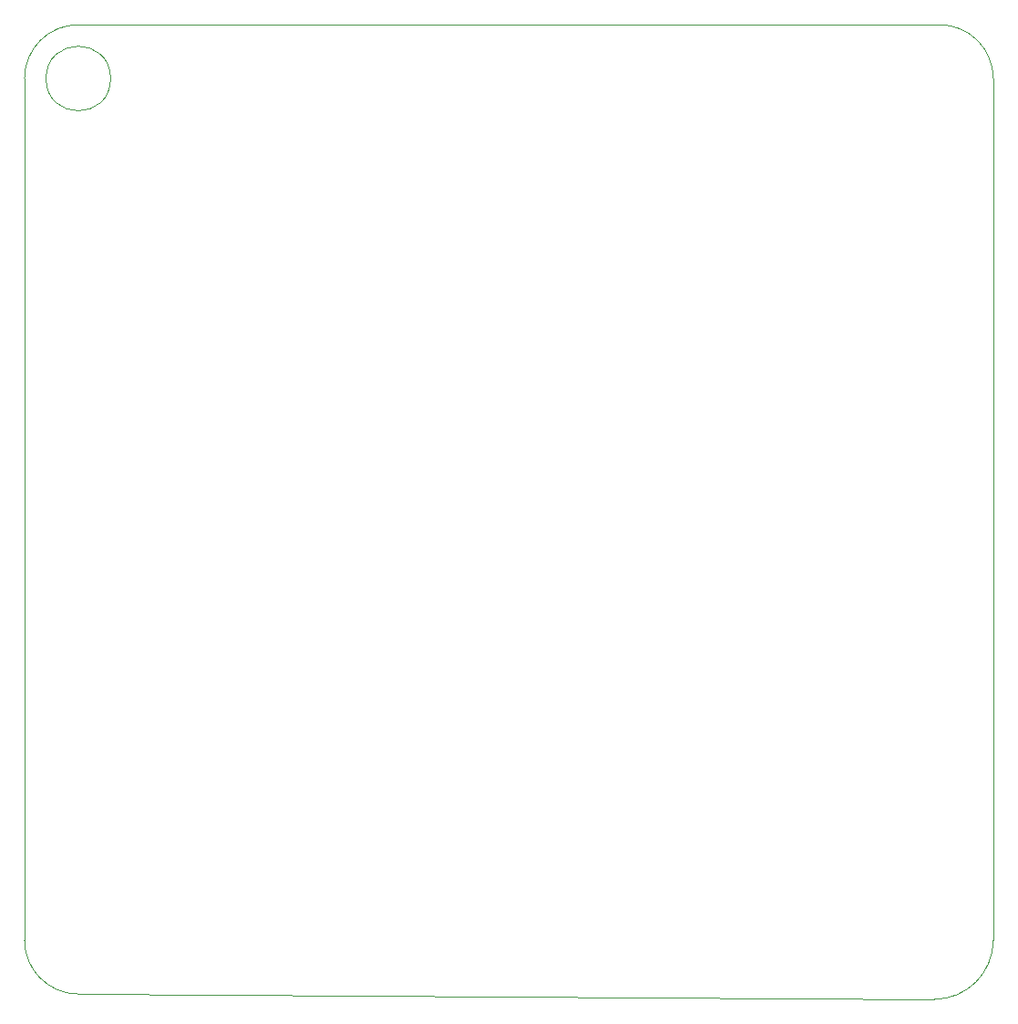
<source format=gbr>
%TF.GenerationSoftware,KiCad,Pcbnew,9.0.0*%
%TF.CreationDate,2025-06-04T09:40:56+09:00*%
%TF.ProjectId,FLP_PCB_host,464c505f-5043-4425-9f68-6f73742e6b69,rev?*%
%TF.SameCoordinates,Original*%
%TF.FileFunction,Profile,NP*%
%FSLAX46Y46*%
G04 Gerber Fmt 4.6, Leading zero omitted, Abs format (unit mm)*
G04 Created by KiCad (PCBNEW 9.0.0) date 2025-06-04 09:40:56*
%MOMM*%
%LPD*%
G01*
G04 APERTURE LIST*
%TA.AperFunction,Profile*%
%ADD10C,0.050000*%
%TD*%
G04 APERTURE END LIST*
D10*
X100000000Y-15000000D02*
X20000000Y-15000000D01*
X105000000Y-100000000D02*
G75*
G02*
X99500000Y-105500000I-5500000J0D01*
G01*
X23000000Y-20000000D02*
G75*
G02*
X17000000Y-20000000I-3000000J0D01*
G01*
X17000000Y-20000000D02*
G75*
G02*
X23000000Y-20000000I3000000J0D01*
G01*
X20000000Y-105000000D02*
G75*
G02*
X15000000Y-100000000I0J5000000D01*
G01*
X20000000Y-105000000D02*
X99500000Y-105500000D01*
X15000000Y-20000000D02*
G75*
G02*
X20000000Y-15000000I5000000J0D01*
G01*
X15000000Y-20000000D02*
X15000000Y-100000000D01*
X100000000Y-15000000D02*
G75*
G02*
X105000000Y-20000000I0J-5000000D01*
G01*
X105000000Y-20000000D02*
X105000000Y-100000000D01*
M02*

</source>
